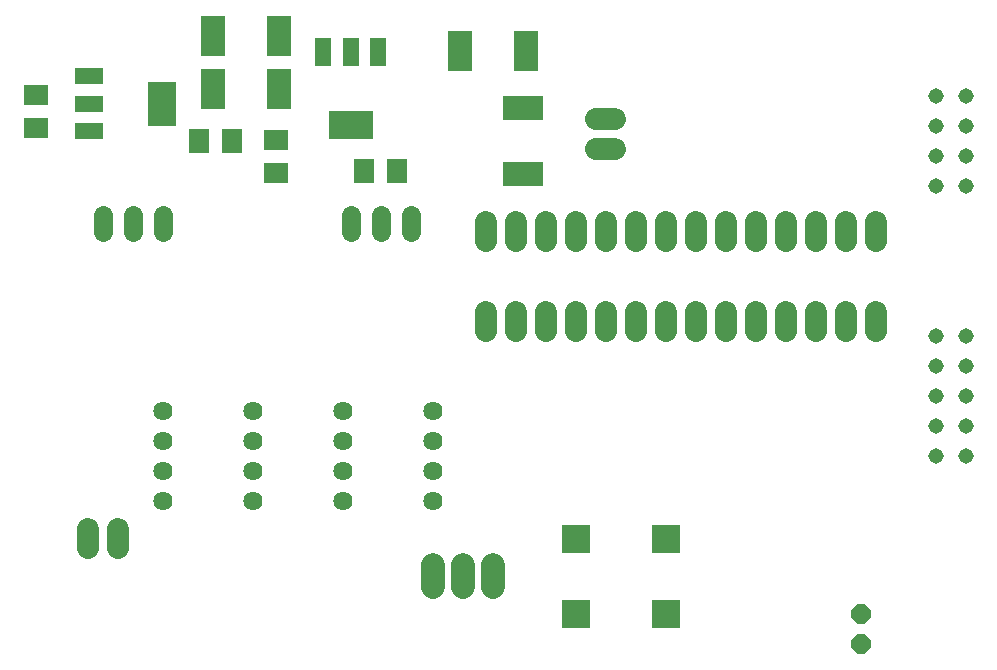
<source format=gts>
G75*
%MOIN*%
%OFA0B0*%
%FSLAX25Y25*%
%IPPOS*%
%LPD*%
%AMOC8*
5,1,8,0,0,1.08239X$1,22.5*
%
%ADD10R,0.07887X0.07099*%
%ADD11R,0.07099X0.07887*%
%ADD12R,0.09600X0.05600*%
%ADD13R,0.09461X0.14973*%
%ADD14R,0.05600X0.09600*%
%ADD15R,0.14973X0.09461*%
%ADD16C,0.06400*%
%ADD17C,0.07200*%
%ADD18OC8,0.06400*%
%ADD19R,0.07887X0.13398*%
%ADD20C,0.06400*%
%ADD21R,0.13398X0.07887*%
%ADD22R,0.09658X0.09658*%
%ADD23C,0.07924*%
%ADD24C,0.05169*%
D10*
X0129700Y0181688D03*
X0129700Y0192712D03*
X0049700Y0196688D03*
X0049700Y0207712D03*
D11*
X0104188Y0192200D03*
X0115212Y0192200D03*
X0159188Y0182200D03*
X0170212Y0182200D03*
D12*
X0067500Y0195600D03*
X0067500Y0204700D03*
X0067500Y0213800D03*
D13*
X0091901Y0204700D03*
D14*
X0145600Y0221900D03*
X0154700Y0221900D03*
X0163800Y0221900D03*
D15*
X0154700Y0197499D03*
D16*
X0152200Y0102200D03*
X0152200Y0092200D03*
X0152200Y0082200D03*
X0152200Y0072200D03*
X0182200Y0072200D03*
X0182200Y0082200D03*
X0182200Y0092200D03*
X0182200Y0102200D03*
X0122200Y0102200D03*
X0122200Y0092200D03*
X0122200Y0082200D03*
X0122200Y0072200D03*
X0092200Y0072200D03*
X0092200Y0082200D03*
X0092200Y0092200D03*
X0092200Y0102200D03*
D17*
X0067200Y0062900D02*
X0067200Y0056500D01*
X0077200Y0056500D02*
X0077200Y0062900D01*
X0199700Y0129000D02*
X0199700Y0135400D01*
X0209700Y0135400D02*
X0209700Y0129000D01*
X0219700Y0129000D02*
X0219700Y0135400D01*
X0229700Y0135400D02*
X0229700Y0129000D01*
X0239700Y0129000D02*
X0239700Y0135400D01*
X0249700Y0135400D02*
X0249700Y0129000D01*
X0259700Y0129000D02*
X0259700Y0135400D01*
X0269700Y0135400D02*
X0269700Y0129000D01*
X0279700Y0129000D02*
X0279700Y0135400D01*
X0289700Y0135400D02*
X0289700Y0129000D01*
X0299700Y0129000D02*
X0299700Y0135400D01*
X0309700Y0135400D02*
X0309700Y0129000D01*
X0319700Y0129000D02*
X0319700Y0135400D01*
X0329700Y0135400D02*
X0329700Y0129000D01*
X0329700Y0159000D02*
X0329700Y0165400D01*
X0319700Y0165400D02*
X0319700Y0159000D01*
X0309700Y0159000D02*
X0309700Y0165400D01*
X0299700Y0165400D02*
X0299700Y0159000D01*
X0289700Y0159000D02*
X0289700Y0165400D01*
X0279700Y0165400D02*
X0279700Y0159000D01*
X0269700Y0159000D02*
X0269700Y0165400D01*
X0259700Y0165400D02*
X0259700Y0159000D01*
X0249700Y0159000D02*
X0249700Y0165400D01*
X0239700Y0165400D02*
X0239700Y0159000D01*
X0229700Y0159000D02*
X0229700Y0165400D01*
X0219700Y0165400D02*
X0219700Y0159000D01*
X0209700Y0159000D02*
X0209700Y0165400D01*
X0199700Y0165400D02*
X0199700Y0159000D01*
X0236500Y0189700D02*
X0242900Y0189700D01*
X0242900Y0199700D02*
X0236500Y0199700D01*
D18*
X0324700Y0034700D03*
X0324700Y0024700D03*
D19*
X0130724Y0209700D03*
X0108676Y0209700D03*
X0108676Y0227200D03*
X0130724Y0227200D03*
X0191176Y0222200D03*
X0213224Y0222200D03*
D20*
X0174700Y0167500D02*
X0174700Y0161900D01*
X0164700Y0161900D02*
X0164700Y0167500D01*
X0154700Y0167500D02*
X0154700Y0161900D01*
X0092200Y0161900D02*
X0092200Y0167500D01*
X0082200Y0167500D02*
X0082200Y0161900D01*
X0072200Y0161900D02*
X0072200Y0167500D01*
D21*
X0212200Y0181176D03*
X0212200Y0203224D03*
D22*
X0229700Y0059700D03*
X0259700Y0059700D03*
X0259700Y0034700D03*
X0229700Y0034700D03*
D23*
X0202200Y0043638D02*
X0202200Y0050762D01*
X0192200Y0050762D02*
X0192200Y0043638D01*
X0182200Y0043638D02*
X0182200Y0050762D01*
D24*
X0349700Y0087200D03*
X0359700Y0087200D03*
X0359700Y0097200D03*
X0349700Y0097200D03*
X0349700Y0107200D03*
X0359700Y0107200D03*
X0359700Y0117200D03*
X0349700Y0117200D03*
X0349700Y0127200D03*
X0359700Y0127200D03*
X0359700Y0177200D03*
X0349700Y0177200D03*
X0349700Y0187200D03*
X0359700Y0187200D03*
X0359700Y0197200D03*
X0349700Y0197200D03*
X0349700Y0207200D03*
X0359700Y0207200D03*
M02*

</source>
